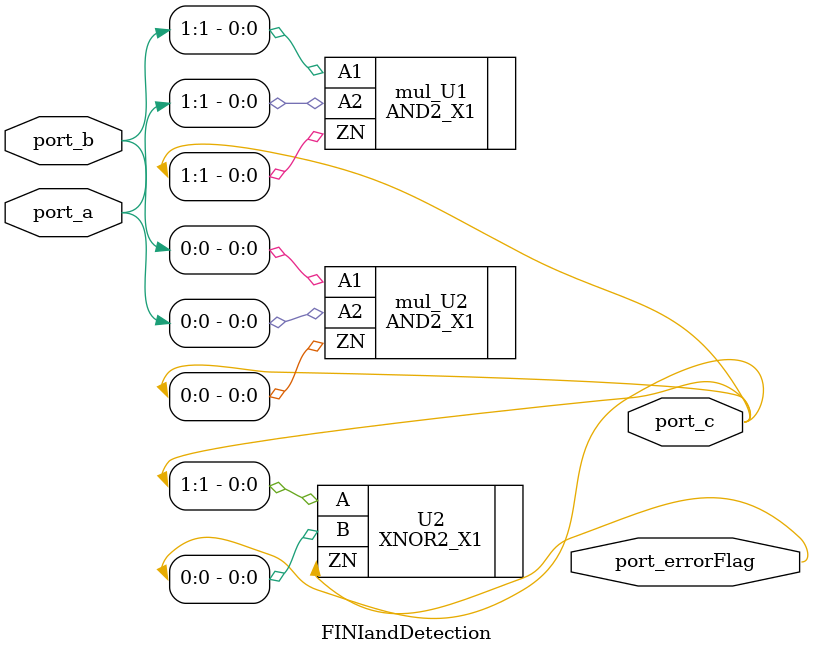
<source format=v>

module FINIandDetection ( port_a, port_b, port_c, port_errorFlag );
  input [1:0] port_a;
  input [1:0] port_b;
  output [1:0] port_c;
  output [0:0] port_errorFlag;


  XNOR2_X1 U2 ( .A(port_c[1]), .B(port_c[0]), .ZN(port_errorFlag[0]) );
  AND2_X1 mul_U2 ( .A1(port_b[0]), .A2(port_a[0]), .ZN(port_c[0]) );
  AND2_X1 mul_U1 ( .A1(port_b[1]), .A2(port_a[1]), .ZN(port_c[1]) );
endmodule


</source>
